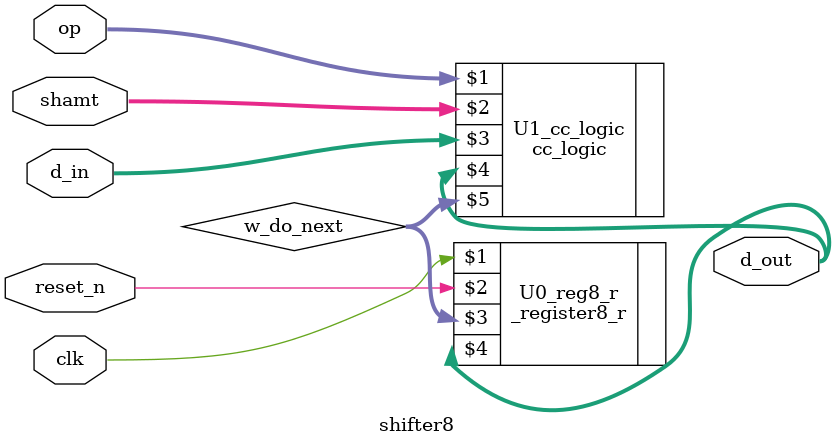
<source format=v>
module shifter8(clk, reset_n, op, shamt, d_in, d_out);
input clk, reset_n;
input[2:0] op; // operation
input[1:0] shamt; // shift amout
input[7:0] d_in;
output[7:0] d_out;

wire[7:0] w_do_next;

cc_logic U1_cc_logic(op, shamt, d_in, d_out, w_do_next);
_register8_r U0_reg8_r(clk, reset_n, w_do_next, d_out);
endmodule

</source>
